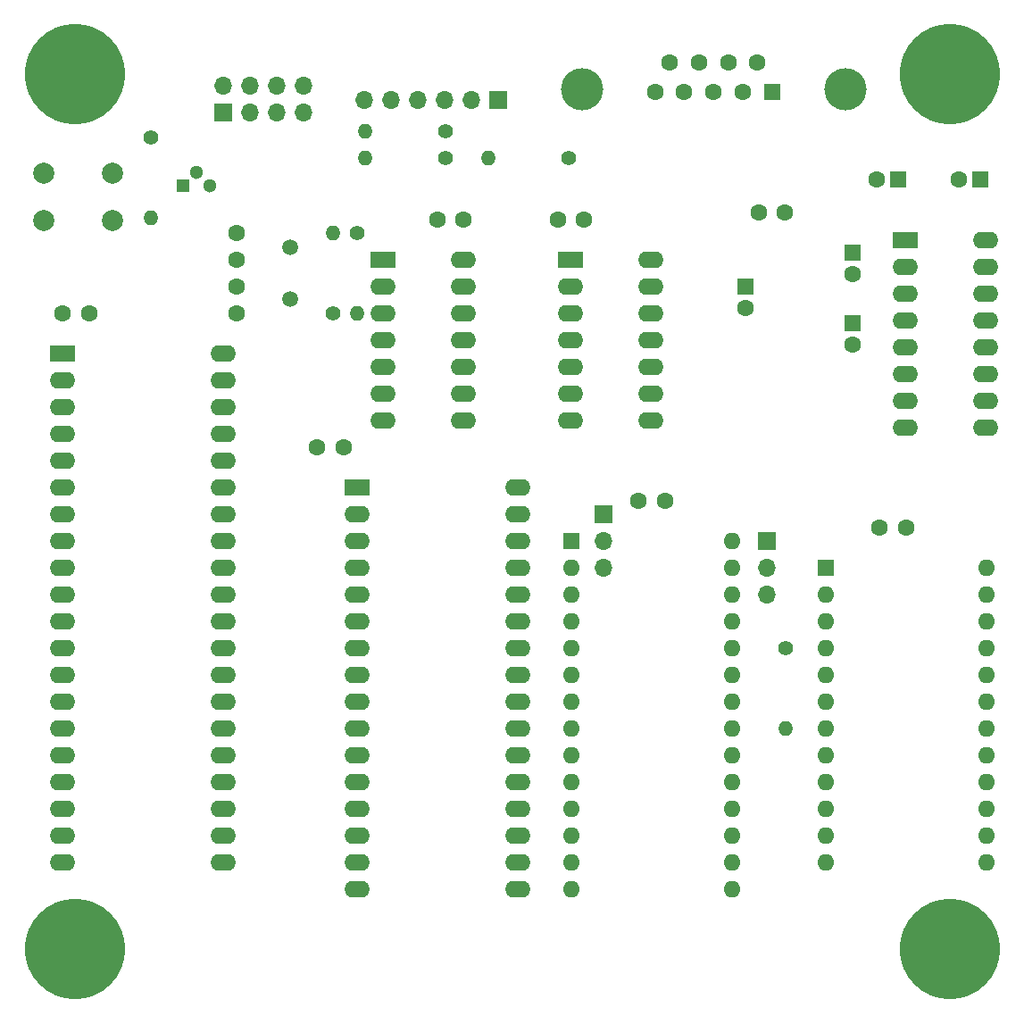
<source format=gbs>
G04 #@! TF.GenerationSoftware,KiCad,Pcbnew,(6.0.1)*
G04 #@! TF.CreationDate,2022-09-13T11:32:19-04:00*
G04 #@! TF.ProjectId,SIMPLE-Z80,53494d50-4c45-42d5-9a38-302e6b696361,1*
G04 #@! TF.SameCoordinates,Original*
G04 #@! TF.FileFunction,Soldermask,Bot*
G04 #@! TF.FilePolarity,Negative*
%FSLAX46Y46*%
G04 Gerber Fmt 4.6, Leading zero omitted, Abs format (unit mm)*
G04 Created by KiCad (PCBNEW (6.0.1)) date 2022-09-13 11:32:19*
%MOMM*%
%LPD*%
G01*
G04 APERTURE LIST*
%ADD10C,4.000000*%
%ADD11R,1.600000X1.600000*%
%ADD12C,1.600000*%
%ADD13R,2.400000X1.600000*%
%ADD14O,2.400000X1.600000*%
%ADD15C,1.400000*%
%ADD16O,1.400000X1.400000*%
%ADD17C,9.525000*%
%ADD18R,1.700000X1.700000*%
%ADD19O,1.700000X1.700000*%
%ADD20O,1.600000X1.600000*%
%ADD21R,1.300000X1.300000*%
%ADD22C,1.300000*%
%ADD23C,2.000000*%
%ADD24C,1.500000*%
G04 APERTURE END LIST*
D10*
X143237000Y-51769844D03*
X168237000Y-51769844D03*
D11*
X161277000Y-52069844D03*
D12*
X158507000Y-52069844D03*
X155737000Y-52069844D03*
X152967000Y-52069844D03*
X150197000Y-52069844D03*
X159892000Y-49229844D03*
X157122000Y-49229844D03*
X154352000Y-49229844D03*
X151582000Y-49229844D03*
D13*
X173967000Y-66054844D03*
D14*
X173967000Y-68594844D03*
X173967000Y-71134844D03*
X173967000Y-73674844D03*
X173967000Y-76214844D03*
X173967000Y-78754844D03*
X173967000Y-81294844D03*
X173967000Y-83834844D03*
X181587000Y-83834844D03*
X181587000Y-81294844D03*
X181587000Y-78754844D03*
X181587000Y-76214844D03*
X181587000Y-73674844D03*
X181587000Y-71134844D03*
X181587000Y-68594844D03*
X181587000Y-66054844D03*
D12*
X120642000Y-85729844D03*
X118142000Y-85729844D03*
D15*
X119626000Y-73029844D03*
D16*
X119626000Y-65409844D03*
D15*
X102354000Y-56392844D03*
D16*
X102354000Y-64012844D03*
D12*
X96512000Y-73029844D03*
X94012000Y-73029844D03*
D17*
X95150000Y-50350000D03*
D15*
X162552000Y-104779844D03*
D16*
X162552000Y-112399844D03*
D12*
X129532000Y-64139844D03*
X132032000Y-64139844D03*
D15*
X141978000Y-58297844D03*
D16*
X134358000Y-58297844D03*
D13*
X124437000Y-67944844D03*
D14*
X124437000Y-70484844D03*
X124437000Y-73024844D03*
X124437000Y-75564844D03*
X124437000Y-78104844D03*
X124437000Y-80644844D03*
X124437000Y-83184844D03*
X132057000Y-83184844D03*
X132057000Y-80644844D03*
X132057000Y-78104844D03*
X132057000Y-75564844D03*
X132057000Y-73024844D03*
X132057000Y-70484844D03*
X132057000Y-67944844D03*
D18*
X109222000Y-53984844D03*
D19*
X109222000Y-51444844D03*
X111762000Y-53984844D03*
X111762000Y-51444844D03*
X114302000Y-53984844D03*
X114302000Y-51444844D03*
X116842000Y-53984844D03*
X116842000Y-51444844D03*
D12*
X151122000Y-90809844D03*
X148622000Y-90809844D03*
X110482000Y-70489844D03*
X110482000Y-72989844D03*
D13*
X93992000Y-76844844D03*
D14*
X93992000Y-79384844D03*
X93992000Y-81924844D03*
X93992000Y-84464844D03*
X93992000Y-87004844D03*
X93992000Y-89544844D03*
X93992000Y-92084844D03*
X93992000Y-94624844D03*
X93992000Y-97164844D03*
X93992000Y-99704844D03*
X93992000Y-102244844D03*
X93992000Y-104784844D03*
X93992000Y-107324844D03*
X93992000Y-109864844D03*
X93992000Y-112404844D03*
X93992000Y-114944844D03*
X93992000Y-117484844D03*
X93992000Y-120024844D03*
X93992000Y-122564844D03*
X93992000Y-125104844D03*
X109232000Y-125104844D03*
X109232000Y-122564844D03*
X109232000Y-120024844D03*
X109232000Y-117484844D03*
X109232000Y-114944844D03*
X109232000Y-112404844D03*
X109232000Y-109864844D03*
X109232000Y-107324844D03*
X109232000Y-104784844D03*
X109232000Y-102244844D03*
X109232000Y-99704844D03*
X109232000Y-97164844D03*
X109232000Y-94624844D03*
X109232000Y-92084844D03*
X109232000Y-89544844D03*
X109232000Y-87004844D03*
X109232000Y-84464844D03*
X109232000Y-81924844D03*
X109232000Y-79384844D03*
X109232000Y-76844844D03*
D11*
X168902000Y-67309844D03*
D12*
X168902000Y-69309844D03*
X110482000Y-67949844D03*
X110482000Y-65449844D03*
D11*
X166362000Y-97159844D03*
D20*
X166362000Y-99699844D03*
X166362000Y-102239844D03*
X166362000Y-104779844D03*
X166362000Y-107319844D03*
X166362000Y-109859844D03*
X166362000Y-112399844D03*
X166362000Y-114939844D03*
X166362000Y-117479844D03*
X166362000Y-120019844D03*
X166362000Y-122559844D03*
X166362000Y-125099844D03*
X181602000Y-125099844D03*
X181602000Y-122559844D03*
X181602000Y-120019844D03*
X181602000Y-117479844D03*
X181602000Y-114939844D03*
X181602000Y-112399844D03*
X181602000Y-109859844D03*
X181602000Y-107319844D03*
X181602000Y-104779844D03*
X181602000Y-102239844D03*
X181602000Y-99699844D03*
X181602000Y-97159844D03*
D11*
X168902000Y-73979732D03*
D12*
X168902000Y-75979732D03*
X162532000Y-63504844D03*
X160032000Y-63504844D03*
D17*
X95150000Y-133350000D03*
D18*
X135342000Y-52829844D03*
D19*
X132802000Y-52829844D03*
X130262000Y-52829844D03*
X127722000Y-52829844D03*
X125182000Y-52829844D03*
X122642000Y-52829844D03*
D21*
X105402000Y-60943844D03*
D22*
X106672000Y-59673844D03*
X107942000Y-60943844D03*
D13*
X121932000Y-89539844D03*
D14*
X121932000Y-92079844D03*
X121932000Y-94619844D03*
X121932000Y-97159844D03*
X121932000Y-99699844D03*
X121932000Y-102239844D03*
X121932000Y-104779844D03*
X121932000Y-107319844D03*
X121932000Y-109859844D03*
X121932000Y-112399844D03*
X121932000Y-114939844D03*
X121932000Y-117479844D03*
X121932000Y-120019844D03*
X121932000Y-122559844D03*
X121932000Y-125099844D03*
X121932000Y-127639844D03*
X137172000Y-127639844D03*
X137172000Y-125099844D03*
X137172000Y-122559844D03*
X137172000Y-120019844D03*
X137172000Y-117479844D03*
X137172000Y-114939844D03*
X137172000Y-112399844D03*
X137172000Y-109859844D03*
X137172000Y-107319844D03*
X137172000Y-104779844D03*
X137172000Y-102239844D03*
X137172000Y-99699844D03*
X137172000Y-97159844D03*
X137172000Y-94619844D03*
X137172000Y-92079844D03*
X137172000Y-89539844D03*
D23*
X92246000Y-59730844D03*
X98746000Y-59730844D03*
X92246000Y-64230844D03*
X98746000Y-64230844D03*
D11*
X142252000Y-94629844D03*
D20*
X142252000Y-97169844D03*
X142252000Y-99709844D03*
X142252000Y-102249844D03*
X142252000Y-104789844D03*
X142252000Y-107329844D03*
X142252000Y-109869844D03*
X142252000Y-112409844D03*
X142252000Y-114949844D03*
X142252000Y-117489844D03*
X142252000Y-120029844D03*
X142252000Y-122569844D03*
X142252000Y-125109844D03*
X142252000Y-127649844D03*
X157492000Y-127649844D03*
X157492000Y-125109844D03*
X157492000Y-122569844D03*
X157492000Y-120029844D03*
X157492000Y-117489844D03*
X157492000Y-114949844D03*
X157492000Y-112409844D03*
X157492000Y-109869844D03*
X157492000Y-107329844D03*
X157492000Y-104789844D03*
X157492000Y-102249844D03*
X157492000Y-99709844D03*
X157492000Y-97169844D03*
X157492000Y-94629844D03*
D17*
X178150000Y-50350000D03*
D12*
X143482000Y-64139844D03*
X140982000Y-64139844D03*
D15*
X130294000Y-55757844D03*
D16*
X122674000Y-55757844D03*
D18*
X145280000Y-92094844D03*
D19*
X145280000Y-94634844D03*
X145280000Y-97174844D03*
D17*
X178150000Y-133350000D03*
D11*
X158742000Y-70489844D03*
D12*
X158742000Y-72489844D03*
D11*
X181033113Y-60329844D03*
D12*
X179033113Y-60329844D03*
D15*
X121912000Y-65409844D03*
D16*
X121912000Y-73029844D03*
D13*
X142217000Y-67944844D03*
D14*
X142217000Y-70484844D03*
X142217000Y-73024844D03*
X142217000Y-75564844D03*
X142217000Y-78104844D03*
X142217000Y-80644844D03*
X142217000Y-83184844D03*
X149837000Y-83184844D03*
X149837000Y-80644844D03*
X149837000Y-78104844D03*
X149837000Y-75564844D03*
X149837000Y-73024844D03*
X149837000Y-70484844D03*
X149837000Y-67944844D03*
D15*
X130294000Y-58297844D03*
D16*
X122674000Y-58297844D03*
D24*
X115562000Y-66769844D03*
X115562000Y-71649844D03*
D12*
X173982000Y-93349844D03*
X171482000Y-93349844D03*
D18*
X160774000Y-94634844D03*
D19*
X160774000Y-97174844D03*
X160774000Y-99714844D03*
D11*
X173252000Y-60329844D03*
D12*
X171252000Y-60329844D03*
M02*

</source>
